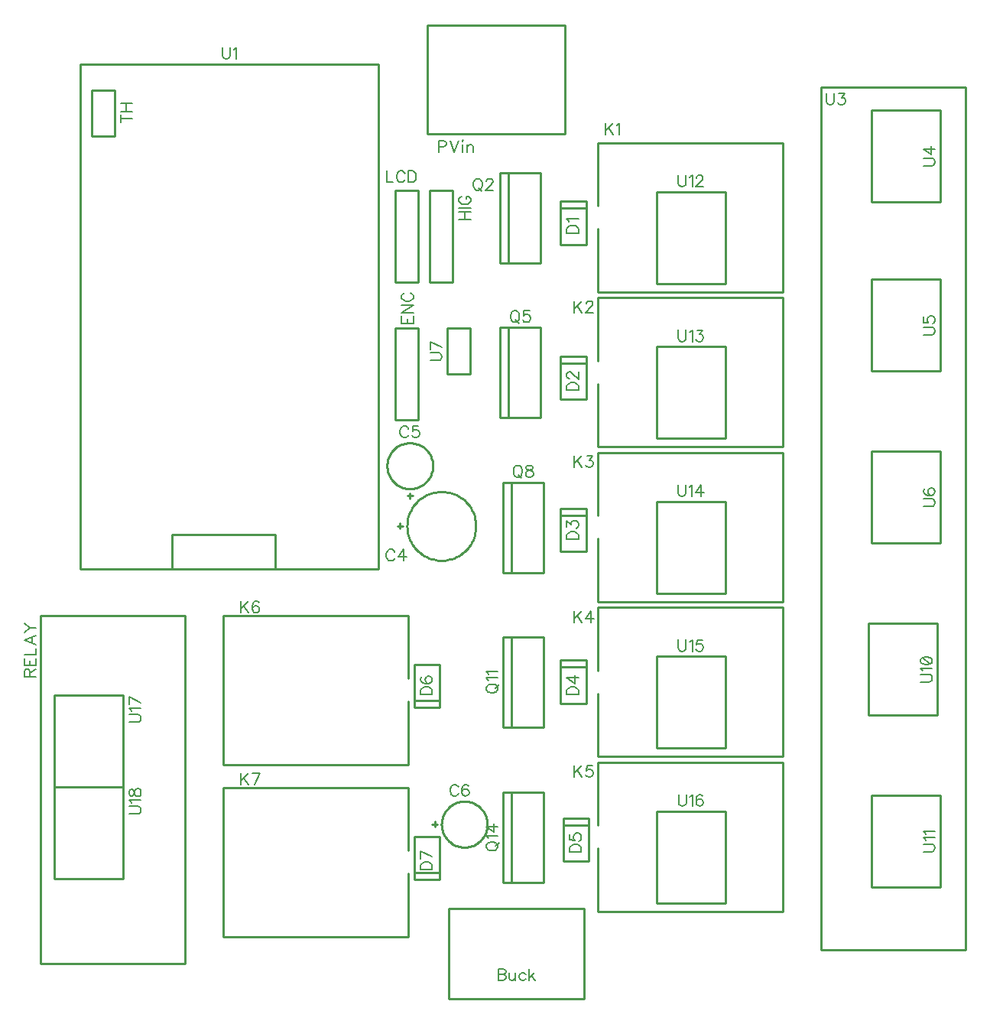
<source format=gbr>
G04 DipTrace 3.3.1.3*
G04 TopSilk.gbr*
%MOMM*%
G04 #@! TF.FileFunction,Legend,Top*
G04 #@! TF.Part,Single*
%ADD10C,0.25*%
%ADD87C,0.19608*%
%FSLAX35Y35*%
G04*
G71*
G90*
G75*
G01*
G04 TopSilk*
%LPD*%
X7282500Y1039750D2*
D10*
X5782500D1*
Y2039750D1*
X7282500D1*
Y1039750D1*
X5238979Y6240477D2*
Y6300523D1*
X5209017Y6270500D2*
X5269029D1*
X5317979D2*
X5318907Y6297077D1*
X5321687Y6323525D1*
X5326305Y6349714D1*
X5332739Y6375518D1*
X5340957Y6400810D1*
X5350920Y6425467D1*
X5362578Y6449369D1*
X5375875Y6472399D1*
X5390747Y6494446D1*
X5407120Y6515402D1*
X5424916Y6535165D1*
X5444046Y6553638D1*
X5464419Y6570732D1*
X5485935Y6586363D1*
X5508488Y6600456D1*
X5531970Y6612941D1*
X5556266Y6623757D1*
X5581256Y6632853D1*
X5606821Y6640183D1*
X5632834Y6645712D1*
X5659170Y6649413D1*
X5685700Y6651268D1*
X5712295D1*
X5738825Y6649413D1*
X5765161Y6645712D1*
X5791175Y6640183D1*
X5816739Y6632853D1*
X5841730Y6623757D1*
X5866025Y6612941D1*
X5889507Y6600456D1*
X5912061Y6586363D1*
X5933576Y6570732D1*
X5953949Y6553638D1*
X5973080Y6535165D1*
X5990875Y6515402D1*
X6007249Y6494446D1*
X6022120Y6472399D1*
X6035417Y6449369D1*
X6047076Y6425467D1*
X6057038Y6400810D1*
X6065257Y6375518D1*
X6071690Y6349714D1*
X6076309Y6323525D1*
X6079089Y6297077D1*
X6080017Y6270500D1*
X6079089Y6243923D1*
X6076309Y6217475D1*
X6071690Y6191286D1*
X6065257Y6165482D1*
X6057038Y6140190D1*
X6047076Y6115533D1*
X6035417Y6091631D1*
X6022120Y6068601D1*
X6007249Y6046554D1*
X5990875Y6025598D1*
X5973080Y6005835D1*
X5953949Y5987362D1*
X5933576Y5970268D1*
X5912061Y5954637D1*
X5889507Y5940544D1*
X5866025Y5928059D1*
X5841730Y5917243D1*
X5816739Y5908147D1*
X5791175Y5900817D1*
X5765161Y5895288D1*
X5738825Y5891587D1*
X5712295Y5889732D1*
X5685700D1*
X5659170Y5891587D1*
X5632834Y5895288D1*
X5606821Y5900817D1*
X5581256Y5908147D1*
X5556266Y5917243D1*
X5531970Y5928059D1*
X5508488Y5940544D1*
X5485935Y5954637D1*
X5464419Y5970268D1*
X5444046Y5987362D1*
X5424916Y6005835D1*
X5407120Y6025598D1*
X5390747Y6046554D1*
X5375875Y6068601D1*
X5362578Y6091631D1*
X5350920Y6115533D1*
X5340957Y6140190D1*
X5332739Y6165482D1*
X5326305Y6191286D1*
X5321687Y6217475D1*
X5318907Y6243923D1*
X5317979Y6270500D1*
X5379773Y6607352D2*
X5319727D1*
X5349750Y6577332D2*
Y6637310D1*
X5095750Y6937325D2*
X5096369Y6955036D1*
X5098222Y6972662D1*
X5101301Y6990116D1*
X5105590Y7007312D1*
X5111068Y7024167D1*
X5117709Y7040599D1*
X5125481Y7056528D1*
X5134346Y7071877D1*
X5144260Y7086569D1*
X5155175Y7100535D1*
X5167038Y7113706D1*
X5179791Y7126017D1*
X5193372Y7137409D1*
X5207715Y7147826D1*
X5222750Y7157217D1*
X5238404Y7165538D1*
X5254600Y7172746D1*
X5271260Y7178808D1*
X5288302Y7183693D1*
X5305643Y7187378D1*
X5323200Y7189844D1*
X5340886Y7191080D1*
X5358614D1*
X5376300Y7189844D1*
X5393857Y7187378D1*
X5411198Y7183693D1*
X5428240Y7178808D1*
X5444900Y7172746D1*
X5461096Y7165538D1*
X5476750Y7157217D1*
X5491785Y7147826D1*
X5506128Y7137409D1*
X5519709Y7126017D1*
X5532462Y7113706D1*
X5544325Y7100535D1*
X5555240Y7086569D1*
X5565154Y7071877D1*
X5574019Y7056528D1*
X5581791Y7040599D1*
X5588432Y7024167D1*
X5593910Y7007312D1*
X5598199Y6990116D1*
X5601278Y6972662D1*
X5603131Y6955036D1*
X5603750Y6937325D1*
X5603131Y6919613D1*
X5601278Y6901987D1*
X5598199Y6884534D1*
X5593910Y6867337D1*
X5588432Y6850482D1*
X5581791Y6834050D1*
X5574019Y6818121D1*
X5565154Y6802773D1*
X5555240Y6788080D1*
X5544325Y6774114D1*
X5532462Y6760944D1*
X5519709Y6748632D1*
X5506128Y6737240D1*
X5491785Y6726823D1*
X5476750Y6717432D1*
X5461096Y6709111D1*
X5444900Y6701903D1*
X5428240Y6695841D1*
X5411198Y6690956D1*
X5393857Y6687272D1*
X5376300Y6684805D1*
X5358614Y6683569D1*
X5340886D1*
X5323200Y6684805D1*
X5305643Y6687272D1*
X5288302Y6690956D1*
X5271260Y6695841D1*
X5254600Y6701903D1*
X5238404Y6709111D1*
X5222750Y6717432D1*
X5207715Y6726823D1*
X5193372Y6737240D1*
X5179791Y6748632D1*
X5167038Y6760944D1*
X5155175Y6774114D1*
X5144260Y6788080D1*
X5134346Y6802773D1*
X5125481Y6818121D1*
X5117709Y6834050D1*
X5111068Y6850482D1*
X5105590Y6867337D1*
X5101301Y6884534D1*
X5098222Y6901987D1*
X5096369Y6919613D1*
X5095750Y6937325D1*
X5623102Y2938477D2*
Y2998523D1*
X5593082Y2968500D2*
X5653060D1*
X5699164D2*
X5699783Y2986218D1*
X5701635Y3003850D1*
X5704713Y3021310D1*
X5709000Y3038512D1*
X5714477Y3055373D1*
X5721116Y3071811D1*
X5728885Y3087746D1*
X5737746Y3103099D1*
X5747657Y3117797D1*
X5758568Y3131768D1*
X5770427Y3144943D1*
X5783175Y3157259D1*
X5796752Y3168655D1*
X5811090Y3179076D1*
X5826119Y3188470D1*
X5841768Y3196794D1*
X5857958Y3204005D1*
X5874612Y3210068D1*
X5891648Y3214955D1*
X5908983Y3218641D1*
X5926534Y3221109D1*
X5944213Y3222345D1*
X5961936D1*
X5979615Y3221109D1*
X5997166Y3218641D1*
X6014501Y3214955D1*
X6031537Y3210068D1*
X6048191Y3204005D1*
X6064382Y3196794D1*
X6080030Y3188470D1*
X6095059Y3179076D1*
X6109397Y3168655D1*
X6122974Y3157259D1*
X6135722Y3144943D1*
X6147581Y3131768D1*
X6158492Y3117797D1*
X6168403Y3103099D1*
X6177264Y3087746D1*
X6185033Y3071811D1*
X6191672Y3055373D1*
X6197149Y3038512D1*
X6201436Y3021310D1*
X6204514Y3003850D1*
X6206366Y2986218D1*
X6206985Y2968500D1*
X6206366Y2950782D1*
X6204514Y2933150D1*
X6201436Y2915690D1*
X6197149Y2898488D1*
X6191672Y2881627D1*
X6185033Y2865189D1*
X6177264Y2849254D1*
X6168403Y2833901D1*
X6158492Y2819203D1*
X6147581Y2805232D1*
X6135722Y2792057D1*
X6122974Y2779741D1*
X6109397Y2768345D1*
X6095059Y2757924D1*
X6080030Y2748530D1*
X6064382Y2740206D1*
X6048191Y2732995D1*
X6031537Y2726932D1*
X6014501Y2722045D1*
X5997166Y2718359D1*
X5979615Y2715891D1*
X5961936Y2714655D1*
X5944213D1*
X5926534Y2715891D1*
X5908983Y2718359D1*
X5891648Y2722045D1*
X5874612Y2726932D1*
X5857958Y2732995D1*
X5841768Y2740206D1*
X5826119Y2748530D1*
X5811090Y2757924D1*
X5796752Y2768345D1*
X5783175Y2779741D1*
X5770427Y2792057D1*
X5758568Y2805232D1*
X5747657Y2819203D1*
X5737746Y2833901D1*
X5728885Y2849254D1*
X5721116Y2865189D1*
X5714477Y2881627D1*
X5709000Y2898488D1*
X5704713Y2915690D1*
X5701635Y2933150D1*
X5699783Y2950782D1*
X5699164Y2968500D1*
X7019500Y9863545D2*
X7299500D1*
Y9858405D2*
Y9388095D1*
X7019500Y9787730D2*
X7299500D1*
X7019500Y9388095D2*
X7299500D1*
X7019500Y9858405D2*
Y9388095D1*
Y8149045D2*
X7299500D1*
Y8143905D2*
Y7673595D1*
X7019500Y8073230D2*
X7299500D1*
X7019500Y7673595D2*
X7299500D1*
X7019500Y8143905D2*
Y7673595D1*
Y6466295D2*
X7299500D1*
Y6461155D2*
Y5990845D1*
X7019500Y6390480D2*
X7299500D1*
X7019500Y5990845D2*
X7299500D1*
X7019500Y6461155D2*
Y5990845D1*
Y4783545D2*
X7299500D1*
Y4778405D2*
Y4308095D1*
X7019500Y4707730D2*
X7299500D1*
X7019500Y4308095D2*
X7299500D1*
X7019500Y4778405D2*
Y4308095D1*
X7051250Y3037295D2*
X7331250D1*
Y3032155D2*
Y2561845D1*
X7051250Y2961480D2*
X7331250D1*
X7051250Y2561845D2*
X7331250D1*
X7051250Y3032155D2*
Y2561845D1*
X5680250Y4264955D2*
X5400250D1*
Y4270095D2*
Y4740405D1*
X5680250Y4340770D2*
X5400250D1*
X5680250Y4740405D2*
X5400250D1*
X5680250Y4270095D2*
Y4740405D1*
Y2359955D2*
X5400250D1*
Y2365095D2*
Y2835405D1*
X5680250Y2435770D2*
X5400250D1*
X5680250Y2835405D2*
X5400250D1*
X5680250Y2365095D2*
Y2835405D1*
X5445000Y8461250D2*
X5191000D1*
Y7445250D1*
X5445000D1*
Y8461250D1*
X5826000Y9985250D2*
X5572000D1*
Y8969250D1*
X5826000D1*
Y9985250D1*
X9483743Y10512933D2*
X7431630D1*
Y9812414D2*
Y10512933D1*
Y8861933D2*
X9483743D1*
Y10512933D2*
Y8861933D1*
X7431630D2*
Y9562453D1*
X9483743Y8798433D2*
X7431630D1*
Y8097914D2*
Y8798433D1*
Y7147433D2*
X9483743D1*
Y8798433D2*
Y7147433D1*
X7431630D2*
Y7847953D1*
X9483743Y7083933D2*
X7431630D1*
Y6383414D2*
Y7083933D1*
Y5432933D2*
X9483743D1*
Y7083933D2*
Y5432933D1*
X7431630D2*
Y6133453D1*
X9483743Y5369437D2*
X7431630D1*
Y4668917D2*
Y5369437D1*
Y3718437D2*
X9483743D1*
Y5369437D2*
Y3718437D1*
X7431630D2*
Y4418956D1*
X9483743Y3654937D2*
X7431630D1*
Y2954417D2*
Y3654937D1*
Y2003937D2*
X9483743D1*
Y3654937D2*
Y2003937D1*
X7431630D2*
Y2704456D1*
X3279507Y3631440D2*
X5331620D1*
Y4331959D2*
Y3631440D1*
Y5282440D2*
X3279507D1*
Y3631440D2*
Y5282440D1*
X5331620D2*
Y4581921D1*
X3279507Y1726440D2*
X5331620D1*
Y2426959D2*
Y1726440D1*
Y3377440D2*
X3279507D1*
Y1726440D2*
Y3377440D1*
X5331620D2*
Y2676921D1*
X5445000Y9985250D2*
X5191000D1*
Y8969250D1*
X5445000D1*
Y9985250D1*
X7064250Y10610750D2*
X5540250D1*
Y11810750D1*
X7064250D1*
Y10610750D1*
X6349750Y9183623D2*
X6799750D1*
Y10183623D1*
X6349750D1*
Y9183623D1*
X6439750D2*
Y10183623D1*
X6349750Y7469123D2*
X6799750D1*
Y8469123D1*
X6349750D1*
Y7469123D1*
X6439750D2*
Y8469123D1*
X6381500Y5754623D2*
X6831500D1*
Y6754623D1*
X6381500D1*
Y5754623D1*
X6471500D2*
Y6754623D1*
X6381500Y4040127D2*
X6831500D1*
Y5040127D1*
X6381500D1*
Y4040127D1*
X6471500D2*
Y5040127D1*
X6381500Y2325627D2*
X6831500D1*
Y3325627D1*
X6381500D1*
Y2325627D1*
X6471500D2*
Y3325627D1*
X2860500Y5278250D2*
X1260500D1*
Y1428250D1*
X2860500D1*
Y5278250D1*
X2079500Y11096500D2*
X1825500D1*
Y10588500D1*
X2079500D1*
Y11096500D1*
X1698500Y11382250D2*
X5000500D1*
Y5794250D1*
X1698500D1*
Y11382250D1*
X2714525Y6175352D2*
X3857348D1*
Y5794250D1*
X2714525D1*
Y6175352D1*
X9902750Y1579500D2*
X11502750D1*
Y11129500D1*
X9902750D1*
Y1579500D1*
X10461500Y9858250D2*
X11223500D1*
Y10874250D1*
X10461500D1*
Y9858250D1*
Y7985000D2*
X11223500D1*
Y9001000D1*
X10461500D1*
Y7985000D1*
Y6080000D2*
X11223500D1*
Y7096000D1*
X10461500D1*
Y6080000D1*
X5762500Y7953250D2*
X6016500D1*
Y8461250D1*
X5762500D1*
Y7953250D1*
X10429750Y4175000D2*
X11191750D1*
Y5191000D1*
X10429750D1*
Y4175000D1*
X10461500Y2270000D2*
X11223500D1*
Y3286000D1*
X10461500D1*
Y2270000D1*
X8080250Y8953373D2*
X8842250D1*
Y9969373D1*
X8080250D1*
Y8953373D1*
Y7238877D2*
X8842250D1*
Y8254877D1*
X8080250D1*
Y7238877D1*
Y5524377D2*
X8842250D1*
Y6540377D1*
X8080250D1*
Y5524377D1*
Y3809877D2*
X8842250D1*
Y4825877D1*
X8080250D1*
Y3809877D1*
Y2095373D2*
X8842250D1*
Y3111373D1*
X8080250D1*
Y2095373D1*
X1412750Y3381250D2*
X2174750D1*
Y4397250D1*
X1412750D1*
Y3381250D1*
Y2365250D2*
X2174750D1*
Y3381250D1*
X1412750D1*
Y2365250D1*
X6327817Y1368487D2*
D87*
Y1240877D1*
X6382567D1*
X6400817Y1247054D1*
X6406853Y1253090D1*
X6412890Y1265164D1*
Y1283414D1*
X6406853Y1295627D1*
X6400817Y1301664D1*
X6382567Y1307700D1*
X6400817Y1313877D1*
X6406853Y1319914D1*
X6412890Y1331987D1*
Y1344200D1*
X6406853Y1356273D1*
X6400817Y1362450D1*
X6382567Y1368487D1*
X6327817D1*
Y1307700D2*
X6382567D1*
X6452106Y1325950D2*
Y1265164D1*
X6458142Y1247054D1*
X6470356Y1240877D1*
X6488606D1*
X6500679Y1247054D1*
X6518929Y1265164D1*
Y1325950D2*
Y1240877D1*
X6631144Y1307700D2*
X6618931Y1319914D1*
X6606717Y1325950D1*
X6588608D1*
X6576394Y1319914D1*
X6564321Y1307700D1*
X6558144Y1289450D1*
Y1277377D1*
X6564321Y1259127D1*
X6576394Y1247054D1*
X6588608Y1240877D1*
X6606717D1*
X6618931Y1247054D1*
X6631144Y1259127D1*
X6670360Y1368487D2*
Y1240877D1*
X6731147Y1325950D2*
X6670360Y1265164D1*
X6694647Y1289450D2*
X6737183Y1240877D1*
X5180409Y5981664D2*
X5174372Y5993737D1*
X5162159Y6005950D1*
X5150086Y6011987D1*
X5125799D1*
X5113586Y6005950D1*
X5101513Y5993737D1*
X5095336Y5981664D1*
X5089299Y5963414D1*
Y5932950D1*
X5095336Y5914840D1*
X5101513Y5902627D1*
X5113586Y5890554D1*
X5125799Y5884377D1*
X5150086D1*
X5162159Y5890554D1*
X5174372Y5902627D1*
X5180409Y5914840D1*
X5280411Y5884377D2*
Y6011846D1*
X5219625Y5926914D1*
X5310734D1*
X5333160Y7346899D2*
X5327124Y7358972D1*
X5314910Y7371185D1*
X5302837Y7377222D1*
X5278551D1*
X5266337Y7371185D1*
X5254264Y7358972D1*
X5248087Y7346899D1*
X5242051Y7328649D1*
Y7298185D1*
X5248087Y7280075D1*
X5254264Y7267862D1*
X5266337Y7255789D1*
X5278551Y7249612D1*
X5302837D1*
X5314910Y7255789D1*
X5327124Y7267862D1*
X5333160Y7280075D1*
X5445236Y7377081D2*
X5384590D1*
X5378553Y7322472D1*
X5384590Y7328508D1*
X5402840Y7334685D1*
X5420949D1*
X5439199Y7328508D1*
X5451413Y7316435D1*
X5457449Y7298185D1*
Y7286112D1*
X5451413Y7267862D1*
X5439199Y7255649D1*
X5420949Y7249612D1*
X5402840D1*
X5384590Y7255649D1*
X5378553Y7261825D1*
X5372376Y7273899D1*
X5886532Y3378164D2*
X5880496Y3390237D1*
X5868282Y3402450D1*
X5856209Y3408487D1*
X5831923D1*
X5819709Y3402450D1*
X5807636Y3390237D1*
X5801459Y3378164D1*
X5795423Y3359914D1*
Y3329450D1*
X5801459Y3311340D1*
X5807636Y3299127D1*
X5819709Y3287054D1*
X5831923Y3280877D1*
X5856209D1*
X5868282Y3287054D1*
X5880496Y3299127D1*
X5886532Y3311340D1*
X5998608Y3390237D2*
X5992571Y3402310D1*
X5974321Y3408346D1*
X5962248D1*
X5943998Y3402310D1*
X5931784Y3384060D1*
X5925748Y3353737D1*
Y3323414D1*
X5931784Y3299127D1*
X5943998Y3286914D1*
X5962248Y3280877D1*
X5968284D1*
X5986394Y3286914D1*
X5998608Y3299127D1*
X6004644Y3317377D1*
Y3323414D1*
X5998608Y3341664D1*
X5986394Y3353737D1*
X5968284Y3359773D1*
X5962248D1*
X5943998Y3353737D1*
X5931784Y3341664D1*
X5925748Y3323414D1*
X7087513Y9514124D2*
X7215123D1*
Y9556661D1*
X7208946Y9574911D1*
X7196873Y9587124D1*
X7184660Y9593161D1*
X7166550Y9599197D1*
X7136087D1*
X7117837Y9593161D1*
X7105764Y9587124D1*
X7093550Y9574911D1*
X7087513Y9556661D1*
Y9514124D1*
X7111940Y9638413D2*
X7105764Y9650626D1*
X7087654Y9668876D1*
X7215123D1*
X7087513Y7772319D2*
X7215123D1*
Y7814856D1*
X7208946Y7833106D1*
X7196873Y7845319D1*
X7184660Y7851356D1*
X7166550Y7857392D1*
X7136087D1*
X7117837Y7851356D1*
X7105764Y7845319D1*
X7093550Y7833106D1*
X7087513Y7814856D1*
Y7772319D1*
X7117977Y7902785D2*
X7111940D1*
X7099727Y7908822D1*
X7093690Y7914858D1*
X7087654Y7927071D1*
Y7951358D1*
X7093690Y7963431D1*
X7099727Y7969468D1*
X7111940Y7975645D1*
X7124014Y7975644D1*
X7136227Y7969468D1*
X7154337Y7957394D1*
X7215123Y7896608D1*
Y7981681D1*
X7087513Y6121319D2*
X7215123D1*
Y6163856D1*
X7208946Y6182106D1*
X7196873Y6194319D1*
X7184660Y6200356D1*
X7166550Y6206392D1*
X7136087D1*
X7117837Y6200356D1*
X7105764Y6194319D1*
X7093550Y6182106D1*
X7087513Y6163856D1*
Y6121319D1*
X7087654Y6257822D2*
Y6324504D1*
X7136227Y6288145D1*
Y6306394D1*
X7142264Y6318468D1*
X7148300Y6324504D1*
X7166550Y6330681D1*
X7178623D1*
X7196873Y6324504D1*
X7209087Y6312431D1*
X7215123Y6294181D1*
Y6275931D1*
X7209087Y6257821D1*
X7202910Y6251785D1*
X7190837Y6245608D1*
X7087513Y4403801D2*
X7215123D1*
Y4446338D1*
X7208946Y4464587D1*
X7196873Y4476801D1*
X7184660Y4482838D1*
X7166550Y4488874D1*
X7136087D1*
X7117837Y4482838D1*
X7105764Y4476801D1*
X7093550Y4464588D1*
X7087513Y4446338D1*
Y4403801D1*
X7215123Y4588876D2*
X7087654D1*
X7172587Y4528090D1*
Y4619199D1*
X7119263Y2660569D2*
X7246873D1*
Y2703106D1*
X7240696Y2721356D1*
X7228623Y2733569D1*
X7216410Y2739606D1*
X7198300Y2745642D1*
X7167837D1*
X7149587Y2739606D1*
X7137514Y2733569D1*
X7125300Y2721356D1*
X7119263Y2703106D1*
Y2660569D1*
X7119404Y2857718D2*
Y2797072D1*
X7174014Y2791035D1*
X7167977Y2797071D1*
X7161800Y2815321D1*
Y2833431D1*
X7167977Y2851681D1*
X7180050Y2863894D1*
X7198300Y2869931D1*
X7210373D1*
X7228623Y2863894D1*
X7240837Y2851681D1*
X7246873Y2833431D1*
Y2815321D1*
X7240837Y2797071D1*
X7234660Y2791035D1*
X7222587Y2784858D1*
X5468263Y4403658D2*
X5595873D1*
Y4446194D1*
X5589696Y4464444D1*
X5577623Y4476658D1*
X5565410Y4482694D1*
X5547300Y4488731D1*
X5516837D1*
X5498587Y4482694D1*
X5486514Y4476658D1*
X5474300Y4464444D1*
X5468263Y4446194D1*
Y4403658D1*
X5486514Y4600806D2*
X5474440Y4594770D1*
X5468404Y4576520D1*
Y4564446D1*
X5474440Y4546197D1*
X5492690Y4533983D1*
X5523014Y4527946D1*
X5553337D1*
X5577623Y4533983D1*
X5589837Y4546196D1*
X5595873Y4564446D1*
Y4570483D1*
X5589837Y4588592D1*
X5577623Y4600806D1*
X5559373Y4606843D1*
X5553337D1*
X5535087Y4600806D1*
X5523014Y4588593D1*
X5516977Y4570483D1*
Y4564446D1*
X5523014Y4546196D1*
X5535087Y4533983D1*
X5553337Y4527946D1*
X5468263Y2463819D2*
X5595873D1*
Y2506356D1*
X5589696Y2524606D1*
X5577623Y2536819D1*
X5565410Y2542856D1*
X5547300Y2548892D1*
X5516837D1*
X5498587Y2542856D1*
X5486514Y2536819D1*
X5474300Y2524606D1*
X5468263Y2506356D1*
Y2463819D1*
X5595873Y2612394D2*
X5468404Y2673181D1*
Y2588108D1*
X5259014Y8595641D2*
X5259013Y8516745D1*
X5386623D1*
Y8595641D1*
X5319800Y8516745D2*
Y8565318D1*
X5259014Y8719930D2*
X5386623D1*
X5259014Y8634857D1*
X5386623D1*
X5289337Y8850255D2*
X5277264Y8844219D1*
X5265050Y8832005D1*
X5259014Y8819932D1*
Y8795646D1*
X5265050Y8783432D1*
X5277264Y8771359D1*
X5289337Y8765182D1*
X5307587Y8759146D1*
X5338050D1*
X5356160Y8765182D1*
X5368373Y8771359D1*
X5380446Y8783432D1*
X5386623Y8795646D1*
Y8819932D1*
X5380446Y8832005D1*
X5368373Y8844219D1*
X5356160Y8850255D1*
X5894013Y9667443D2*
X6021623D1*
X5894014Y9752516D2*
X6021623D1*
X5954800Y9667443D2*
Y9752516D1*
X5894014Y9791732D2*
X6021623D1*
X5924337Y9922057D2*
X5912264Y9916021D1*
X5900050Y9903807D1*
X5894014Y9891734D1*
Y9867448D1*
X5900050Y9855234D1*
X5912264Y9843161D1*
X5924337Y9836984D1*
X5942587Y9830948D1*
X5973050D1*
X5991160Y9836984D1*
X6003373Y9843161D1*
X6015446Y9855234D1*
X6021623Y9867447D1*
Y9891734D1*
X6015446Y9903807D1*
X6003373Y9916021D1*
X5991160Y9922057D1*
X5973050D1*
Y9891734D1*
X7516867Y10730670D2*
Y10603060D1*
X7601940Y10730670D2*
X7516867Y10645597D1*
X7547190Y10676060D2*
X7601940Y10603060D1*
X7641156Y10706243D2*
X7653369Y10712420D1*
X7671619Y10730530D1*
Y10603060D1*
X7172062Y8762170D2*
Y8634560D1*
X7257135Y8762170D2*
X7172062Y8677097D1*
X7202385Y8707560D2*
X7257135Y8634560D1*
X7302528Y8731706D2*
Y8737743D1*
X7308565Y8749956D1*
X7314601Y8755993D1*
X7326815Y8762030D1*
X7351101D1*
X7363174Y8755993D1*
X7369211Y8749956D1*
X7375388Y8737743D1*
Y8725670D1*
X7369211Y8713456D1*
X7357138Y8695347D1*
X7296351Y8634560D1*
X7381424D1*
X7172062Y7047670D2*
Y6920060D1*
X7257135Y7047670D2*
X7172062Y6962597D1*
X7202385Y6993060D2*
X7257135Y6920060D1*
X7308565Y7047530D2*
X7375247D1*
X7338888Y6998956D1*
X7357138D1*
X7369211Y6992920D1*
X7375247Y6986883D1*
X7381424Y6968633D1*
Y6956560D1*
X7375247Y6938310D1*
X7363174Y6926097D1*
X7344924Y6920060D1*
X7326674D1*
X7308565Y6926097D1*
X7302528Y6932274D1*
X7296351Y6944347D1*
X7169044Y5333173D2*
Y5205564D1*
X7254117Y5333173D2*
X7169044Y5248100D1*
X7199367Y5278564D2*
X7254117Y5205564D1*
X7354119D2*
Y5333033D1*
X7293333Y5248100D1*
X7384443D1*
X7172062Y3618673D2*
Y3491064D1*
X7257135Y3618673D2*
X7172062Y3533600D1*
X7202385Y3564064D2*
X7257135Y3491064D1*
X7369211Y3618533D2*
X7308565D1*
X7302528Y3563923D1*
X7308565Y3569960D1*
X7326815Y3576137D1*
X7344924D1*
X7363174Y3569960D1*
X7375388Y3557887D1*
X7381424Y3539637D1*
Y3527564D1*
X7375388Y3509314D1*
X7363174Y3497100D1*
X7344924Y3491064D1*
X7326815D1*
X7308565Y3497100D1*
X7302528Y3503277D1*
X7296351Y3515350D1*
X3479914Y5436677D2*
Y5309067D1*
X3564987Y5436677D2*
X3479914Y5351604D1*
X3510237Y5382067D2*
X3564987Y5309067D1*
X3677063Y5418427D2*
X3671026Y5430500D1*
X3652776Y5436536D1*
X3640703D1*
X3622453Y5430500D1*
X3610240Y5412250D1*
X3604203Y5381927D1*
Y5351604D1*
X3610240Y5327317D1*
X3622453Y5315104D1*
X3640703Y5309067D1*
X3646740D1*
X3664849Y5315104D1*
X3677063Y5327317D1*
X3683099Y5345567D1*
Y5351604D1*
X3677063Y5369854D1*
X3664849Y5381927D1*
X3646740Y5387963D1*
X3640703D1*
X3622453Y5381927D1*
X3610240Y5369854D1*
X3604203Y5351604D1*
X3476826Y3531677D2*
Y3404067D1*
X3561899Y3531677D2*
X3476826Y3446604D1*
X3507149Y3477067D2*
X3561899Y3404067D1*
X3625401D2*
X3686188Y3531536D1*
X3601115D1*
X5090763Y10202987D2*
Y10075377D1*
X5163623D1*
X5293948Y10172664D2*
X5287912Y10184737D1*
X5275698Y10196950D1*
X5263625Y10202987D1*
X5239338D1*
X5227125Y10196950D1*
X5215052Y10184737D1*
X5208875Y10172664D1*
X5202838Y10154414D1*
Y10123950D1*
X5208875Y10105840D1*
X5215052Y10093627D1*
X5227125Y10081554D1*
X5239338Y10075377D1*
X5263625D1*
X5275698Y10081554D1*
X5287912Y10093627D1*
X5293948Y10105840D1*
X5333164Y10202987D2*
Y10075377D1*
X5375700D1*
X5393950Y10081554D1*
X5406164Y10093627D1*
X5412200Y10105840D1*
X5418237Y10123950D1*
Y10154414D1*
X5412200Y10172664D1*
X5406164Y10184737D1*
X5393950Y10196950D1*
X5375700Y10202987D1*
X5333164D1*
X5668299Y10469414D2*
X5723049D1*
X5741158Y10475450D1*
X5747335Y10481627D1*
X5753372Y10493700D1*
Y10511950D1*
X5747335Y10524023D1*
X5741158Y10530200D1*
X5723049Y10536237D1*
X5668299D1*
Y10408627D1*
X5792587Y10536237D2*
X5841160Y10408627D1*
X5889734Y10536237D1*
X5928949D2*
X5934986Y10530200D1*
X5941163Y10536237D1*
X5934986Y10542414D1*
X5928949Y10536237D1*
X5934986Y10493700D2*
Y10408627D1*
X5980378Y10493700D2*
Y10408627D1*
Y10469414D2*
X5998628Y10487664D1*
X6010842Y10493700D1*
X6028951D1*
X6041165Y10487664D1*
X6047201Y10469414D1*
Y10408627D1*
X6087712Y10115610D2*
X6075639Y10109714D1*
X6063426Y10097500D1*
X6057389Y10085287D1*
X6051212Y10067037D1*
Y10036714D1*
X6057389Y10018464D1*
X6063426Y10006391D1*
X6075639Y9994177D1*
X6087712Y9988141D1*
X6111999D1*
X6124212Y9994177D1*
X6136285Y10006391D1*
X6142322Y10018464D1*
X6148499Y10036714D1*
Y10067037D1*
X6142322Y10085287D1*
X6136285Y10097500D1*
X6124212Y10109714D1*
X6111999Y10115610D1*
X6087712D1*
X6105962Y10012427D2*
X6142322Y9975927D1*
X6193891Y10085146D2*
Y10091183D1*
X6199928Y10103396D1*
X6205965Y10109433D1*
X6218178Y10115470D1*
X6242465D1*
X6254538Y10109433D1*
X6260574Y10103396D1*
X6266751Y10091183D1*
Y10079110D1*
X6260574Y10066896D1*
X6248501Y10048787D1*
X6187715Y9988000D1*
X6272788D1*
X6500462Y8655110D2*
X6488389Y8649214D1*
X6476176Y8637000D1*
X6470139Y8624787D1*
X6463962Y8606537D1*
Y8576214D1*
X6470139Y8557964D1*
X6476176Y8545891D1*
X6488389Y8533677D1*
X6500462Y8527641D1*
X6524749D1*
X6536962Y8533677D1*
X6549035Y8545891D1*
X6555072Y8557964D1*
X6561249Y8576214D1*
Y8606537D1*
X6555072Y8624787D1*
X6549035Y8637000D1*
X6536962Y8649214D1*
X6524749Y8655110D1*
X6500462D1*
X6518712Y8551927D2*
X6555072Y8515427D1*
X6673324Y8654970D2*
X6612678D1*
X6606641Y8600360D1*
X6612678Y8606396D1*
X6630928Y8612573D1*
X6649038D1*
X6667288Y8606396D1*
X6679501Y8594323D1*
X6685538Y8576073D1*
Y8564000D1*
X6679501Y8545750D1*
X6667288Y8533537D1*
X6649038Y8527500D1*
X6630928D1*
X6612678Y8533537D1*
X6606641Y8539714D1*
X6600465Y8551787D1*
X6532283Y6940610D2*
X6520209Y6934714D1*
X6507996Y6922500D1*
X6501959Y6910287D1*
X6495783Y6892037D1*
Y6861714D1*
X6501959Y6843464D1*
X6507996Y6831391D1*
X6520209Y6819177D1*
X6532283Y6813141D1*
X6556569D1*
X6568783Y6819177D1*
X6580856Y6831391D1*
X6586892Y6843464D1*
X6593069Y6861714D1*
Y6892037D1*
X6586892Y6910287D1*
X6580856Y6922500D1*
X6568783Y6934714D1*
X6556569Y6940610D1*
X6532283D1*
X6550533Y6837427D2*
X6586892Y6800927D1*
X6662608Y6940470D2*
X6644498Y6934433D1*
X6638321Y6922360D1*
Y6910146D1*
X6644498Y6898073D1*
X6656571Y6891896D1*
X6680858Y6885860D1*
X6699108Y6879823D1*
X6711181Y6867610D1*
X6717217Y6855537D1*
Y6837287D1*
X6711181Y6825214D1*
X6705144Y6819037D1*
X6686894Y6813000D1*
X6662608D1*
X6644498Y6819037D1*
X6638321Y6825214D1*
X6632285Y6837287D1*
Y6855537D1*
X6638321Y6867610D1*
X6650535Y6879823D1*
X6668644Y6885860D1*
X6692931Y6891896D1*
X6705144Y6898073D1*
X6711181Y6910146D1*
Y6922360D1*
X6705144Y6934433D1*
X6686894Y6940470D1*
X6662608D1*
X6195513Y4458305D2*
X6201410Y4446231D1*
X6213623Y4434018D1*
X6225836Y4427982D1*
X6244086Y4421805D1*
X6274410D1*
X6292660Y4427982D1*
X6304733Y4434018D1*
X6316946Y4446231D1*
X6322983Y4458304D1*
Y4482591D1*
X6316946Y4494804D1*
X6304733Y4506877D1*
X6292660Y4512914D1*
X6274410Y4519091D1*
X6244087D1*
X6225837Y4512914D1*
X6213623Y4506878D1*
X6201410Y4494805D1*
X6195513Y4482591D1*
Y4458305D1*
X6298696Y4476554D2*
X6335196Y4512914D1*
X6219940Y4558307D2*
X6213764Y4570520D1*
X6195654Y4588770D1*
X6323123D1*
X6219940Y4627986D2*
X6213764Y4640199D1*
X6195654Y4658449D1*
X6323123D1*
X6195513Y2713481D2*
X6201410Y2701408D1*
X6213623Y2689195D1*
X6225836Y2683158D1*
X6244086Y2676982D1*
X6274410D1*
X6292660Y2683158D1*
X6304733Y2689195D1*
X6316946Y2701408D1*
X6322983Y2713481D1*
Y2737768D1*
X6316946Y2749981D1*
X6304733Y2762054D1*
X6292660Y2768091D1*
X6274410Y2774268D1*
X6244087D1*
X6225837Y2768091D1*
X6213623Y2762055D1*
X6201410Y2749981D1*
X6195513Y2737768D1*
Y2713481D1*
X6298696Y2731731D2*
X6335196Y2768091D1*
X6219940Y2813484D2*
X6213764Y2825697D1*
X6195654Y2843947D1*
X6323123D1*
Y2943949D2*
X6195654D1*
X6280587Y2883163D1*
Y2974272D1*
X1141550Y4603188D2*
Y4657798D1*
X1135373Y4676048D1*
X1129337Y4682225D1*
X1117264Y4688261D1*
X1105050D1*
X1092977Y4682225D1*
X1086800Y4676048D1*
X1080763Y4657798D1*
Y4603188D1*
X1208373D1*
X1141550Y4645725D2*
X1208373Y4688261D1*
X1080764Y4806373D2*
Y4727477D1*
X1208373D1*
Y4806373D1*
X1141550Y4727477D2*
Y4776050D1*
X1080764Y4845589D2*
X1208373Y4845588D1*
Y4918448D1*
Y5054950D2*
X1080764Y5006237D1*
X1208373Y4957664D1*
X1165837Y4975914D2*
Y5036700D1*
X1080763Y5094166D2*
X1141550Y5142739D1*
X1208373D1*
X1080763Y5191312D2*
X1141550Y5142739D1*
X2147513Y10780356D2*
X2275123D1*
X2147513Y10737819D2*
X2147514Y10822892D1*
Y10862108D2*
X2275123D1*
X2147514Y10947181D2*
X2275123D1*
X2208300Y10862108D2*
Y10947181D1*
X3272124Y11568237D2*
Y11477127D1*
X3278160Y11458877D1*
X3290374Y11446804D1*
X3308624Y11440627D1*
X3320697D1*
X3338947Y11446804D1*
X3351160Y11458877D1*
X3357197Y11477127D1*
Y11568237D1*
X3396413Y11543810D2*
X3408626Y11549987D1*
X3426876Y11568096D1*
Y11440627D1*
X9963069Y11061487D2*
Y10970377D1*
X9969106Y10952127D1*
X9981319Y10940054D1*
X9999569Y10933877D1*
X10011642D1*
X10029892Y10940054D1*
X10042106Y10952127D1*
X10048142Y10970377D1*
Y11061487D1*
X10099571Y11061346D2*
X10166254D1*
X10129894Y11012773D1*
X10148144D1*
X10160217Y11006737D1*
X10166254Y11000700D1*
X10172431Y10982450D1*
Y10970377D1*
X10166254Y10952127D1*
X10154181Y10939914D1*
X10135931Y10933877D1*
X10117681D1*
X10099571Y10939914D1*
X10093535Y10946090D1*
X10087358Y10958164D1*
X11037513Y10258551D2*
X11128623D1*
X11146873Y10264588D1*
X11158946Y10276801D1*
X11165123Y10295051D1*
Y10307124D1*
X11158946Y10325374D1*
X11146873Y10337587D1*
X11128623Y10343624D1*
X11037514D1*
X11165123Y10443626D2*
X11037654D1*
X11122587Y10382840D1*
Y10473949D1*
X11037513Y8388319D2*
X11128623D1*
X11146873Y8394356D1*
X11158946Y8406569D1*
X11165123Y8424819D1*
Y8436892D1*
X11158946Y8455142D1*
X11146873Y8467356D1*
X11128623Y8473392D1*
X11037514D1*
X11037654Y8585468D2*
Y8524822D1*
X11092264Y8518785D1*
X11086227Y8524821D1*
X11080050Y8543071D1*
Y8561181D1*
X11086227Y8579431D1*
X11098300Y8591644D1*
X11116550Y8597681D1*
X11128623D1*
X11146873Y8591644D1*
X11159087Y8579431D1*
X11165123Y8561181D1*
Y8543071D1*
X11159087Y8524821D1*
X11152910Y8518785D1*
X11140837Y8512608D1*
X11037513Y6486408D2*
X11128623D1*
X11146873Y6492444D1*
X11158946Y6504658D1*
X11165123Y6522908D1*
Y6534981D1*
X11158946Y6553231D1*
X11146873Y6565444D1*
X11128623Y6571481D1*
X11037514D1*
X11055764Y6683556D2*
X11043690Y6677520D1*
X11037654Y6659270D1*
Y6647196D1*
X11043690Y6628947D1*
X11061940Y6616733D1*
X11092264Y6610696D1*
X11122587D1*
X11146873Y6616733D1*
X11159087Y6628946D1*
X11165123Y6647196D1*
Y6653233D1*
X11159087Y6671342D1*
X11146873Y6683556D1*
X11128623Y6689593D1*
X11122587D1*
X11104337Y6683556D1*
X11092264Y6671343D1*
X11086227Y6653233D1*
Y6647196D1*
X11092264Y6628946D1*
X11104337Y6616733D1*
X11122587Y6610696D1*
X5576513Y8102569D2*
X5667623D1*
X5685873Y8108606D1*
X5697946Y8120819D1*
X5704123Y8139069D1*
Y8151142D1*
X5697946Y8169392D1*
X5685873Y8181606D1*
X5667623Y8187642D1*
X5576514D1*
X5704123Y8251144D2*
X5576654Y8311931D1*
Y8226858D1*
X11005763Y4543480D2*
X11096873D1*
X11115123Y4549516D1*
X11127196Y4561730D1*
X11133373Y4579980D1*
Y4592053D1*
X11127196Y4610303D1*
X11115123Y4622516D1*
X11096873Y4628553D1*
X11005764D1*
X11030190Y4667768D2*
X11024014Y4679982D1*
X11005904Y4698232D1*
X11133373D1*
X11005904Y4773948D2*
X11011940Y4755698D1*
X11030190Y4743484D1*
X11060514Y4737448D1*
X11078764Y4737447D1*
X11109087Y4743484D1*
X11127337Y4755697D1*
X11133373Y4773947D1*
Y4786021D1*
X11127337Y4804271D1*
X11109087Y4816344D1*
X11078763Y4822521D1*
X11060514D1*
X11030190Y4816344D1*
X11011940Y4804271D1*
X11005904Y4786021D1*
Y4773948D1*
X11030190Y4816344D2*
X11109087Y4743484D1*
X11037513Y2665785D2*
X11128623D1*
X11146873Y2671821D1*
X11158946Y2684035D1*
X11165123Y2702285D1*
Y2714358D1*
X11158946Y2732608D1*
X11146873Y2744821D1*
X11128623Y2750858D1*
X11037514D1*
X11061940Y2790073D2*
X11055764Y2802287D1*
X11037654Y2820537D1*
X11165123D1*
X11061940Y2859752D2*
X11055764Y2871966D1*
X11037654Y2890216D1*
X11165123D1*
X8321730Y10155360D2*
Y10064250D1*
X8327766Y10046000D1*
X8339980Y10033927D1*
X8358230Y10027750D1*
X8370303D1*
X8388553Y10033927D1*
X8400766Y10046000D1*
X8406803Y10064250D1*
Y10155360D1*
X8446018Y10130933D2*
X8458232Y10137110D1*
X8476482Y10155220D1*
Y10027750D1*
X8521874Y10124896D2*
Y10130933D1*
X8527911Y10143146D1*
X8533947Y10149183D1*
X8546161Y10155220D1*
X8570447D1*
X8582520Y10149183D1*
X8588557Y10143146D1*
X8594734Y10130933D1*
Y10118860D1*
X8588557Y10106646D1*
X8576484Y10088537D1*
X8515697Y10027750D1*
X8600770D1*
X8321730Y8440863D2*
Y8349754D1*
X8327766Y8331504D1*
X8339980Y8319431D1*
X8358230Y8313254D1*
X8370303D1*
X8388553Y8319431D1*
X8400766Y8331504D1*
X8406803Y8349754D1*
Y8440863D1*
X8446018Y8416436D2*
X8458232Y8422613D1*
X8476482Y8440723D1*
Y8313254D1*
X8527911Y8440723D2*
X8594594D1*
X8558234Y8392150D1*
X8576484D1*
X8588557Y8386113D1*
X8594594Y8380077D1*
X8600770Y8361827D1*
Y8349754D1*
X8594594Y8331504D1*
X8582520Y8319290D1*
X8564270Y8313254D1*
X8546020D1*
X8527911Y8319290D1*
X8521874Y8325467D1*
X8515697Y8337540D1*
X8318711Y6726363D2*
Y6635254D1*
X8324748Y6617004D1*
X8336961Y6604931D1*
X8355211Y6598754D1*
X8367284D1*
X8385534Y6604931D1*
X8397748Y6617004D1*
X8403784Y6635254D1*
Y6726363D1*
X8443000Y6701936D2*
X8455213Y6708113D1*
X8473463Y6726223D1*
Y6598754D1*
X8573466D2*
Y6726223D1*
X8512679Y6641290D1*
X8603789D1*
X8321730Y5011863D2*
Y4920754D1*
X8327766Y4902504D1*
X8339980Y4890431D1*
X8358230Y4884254D1*
X8370303D1*
X8388553Y4890431D1*
X8400766Y4902504D1*
X8406803Y4920754D1*
Y5011863D1*
X8446018Y4987436D2*
X8458232Y4993613D1*
X8476482Y5011723D1*
Y4884254D1*
X8588557Y5011723D2*
X8527911D1*
X8521874Y4957113D1*
X8527911Y4963150D1*
X8546161Y4969327D1*
X8564270D1*
X8582520Y4963150D1*
X8594734Y4951077D1*
X8600770Y4932827D1*
Y4920754D1*
X8594734Y4902504D1*
X8582520Y4890290D1*
X8564270Y4884254D1*
X8546161D1*
X8527911Y4890290D1*
X8521874Y4896467D1*
X8515697Y4908540D1*
X8324818Y3297360D2*
Y3206250D1*
X8330855Y3188000D1*
X8343068Y3175927D1*
X8361318Y3169750D1*
X8373391D1*
X8391641Y3175927D1*
X8403855Y3188000D1*
X8409891Y3206250D1*
Y3297360D1*
X8449107Y3272933D2*
X8461320Y3279110D1*
X8479570Y3297220D1*
Y3169750D1*
X8591645Y3279110D2*
X8585609Y3291183D1*
X8567359Y3297220D1*
X8555286D1*
X8537036Y3291183D1*
X8524822Y3272933D1*
X8518786Y3242610D1*
Y3212287D1*
X8524822Y3188000D1*
X8537036Y3175787D1*
X8555286Y3169750D1*
X8561322D1*
X8579432Y3175787D1*
X8591645Y3188000D1*
X8597682Y3206250D1*
Y3212287D1*
X8591645Y3230537D1*
X8579432Y3242610D1*
X8561322Y3248646D1*
X8555286D1*
X8537036Y3242610D1*
X8524822Y3230537D1*
X8518786Y3212287D1*
X2242763Y4098980D2*
X2333873D1*
X2352123Y4105016D1*
X2364196Y4117230D1*
X2370373Y4135480D1*
Y4147553D1*
X2364196Y4165803D1*
X2352123Y4178016D1*
X2333873Y4184053D1*
X2242764D1*
X2267190Y4223268D2*
X2261014Y4235482D1*
X2242904Y4253732D1*
X2370373D1*
Y4317234D2*
X2242904Y4378021D1*
Y4292948D1*
X2242763Y3083050D2*
X2333873D1*
X2352123Y3089087D1*
X2364196Y3101300D1*
X2370373Y3119550D1*
Y3131623D1*
X2364196Y3149873D1*
X2352123Y3162086D1*
X2333873Y3168123D1*
X2242764D1*
X2267190Y3207339D2*
X2261014Y3219552D1*
X2242904Y3237802D1*
X2370373D1*
X2242904Y3307341D2*
X2248940Y3289231D1*
X2261014Y3283054D1*
X2273227D1*
X2285300Y3289231D1*
X2291477Y3301304D1*
X2297514Y3325591D1*
X2303550Y3343841D1*
X2315763Y3355914D1*
X2327837Y3361950D1*
X2346087D1*
X2358160Y3355914D1*
X2364337Y3349877D1*
X2370373Y3331627D1*
Y3307341D1*
X2364337Y3289231D1*
X2358160Y3283054D1*
X2346087Y3277018D1*
X2327837D1*
X2315764Y3283054D1*
X2303550Y3295268D1*
X2297514Y3313377D1*
X2291477Y3337664D1*
X2285300Y3349877D1*
X2273227Y3355914D1*
X2261014D1*
X2248940Y3349877D1*
X2242904Y3331627D1*
Y3307341D1*
M02*

</source>
